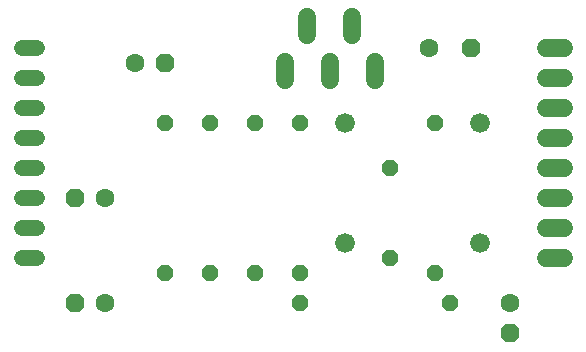
<source format=gbr>
G04 EAGLE Gerber X2 export*
G04 #@! %TF.Part,Single*
G04 #@! %TF.FileFunction,Copper,L1,Top,Mixed*
G04 #@! %TF.FilePolarity,Positive*
G04 #@! %TF.GenerationSoftware,Autodesk,EAGLE,9.0.0*
G04 #@! %TF.CreationDate,2019-08-08T19:11:55Z*
G75*
%MOMM*%
%FSLAX34Y34*%
%LPD*%
%AMOC8*
5,1,8,0,0,1.08239X$1,22.5*%
G01*
%ADD10C,1.524000*%
%ADD11P,1.429621X8X292.500000*%
%ADD12P,1.429621X8X202.500000*%
%ADD13P,1.429621X8X112.500000*%
%ADD14C,1.676400*%
%ADD15P,1.539592X8X112.500000*%
%ADD16P,1.732040X8X22.500000*%
%ADD17C,1.600200*%
%ADD18P,1.732040X8X202.500000*%
%ADD19P,1.732040X8X292.500000*%
%ADD20C,1.320800*%


D10*
X330200Y240030D02*
X330200Y255270D01*
X349250Y278130D02*
X349250Y293370D01*
X368300Y255270D02*
X368300Y240030D01*
X387350Y278130D02*
X387350Y293370D01*
X406400Y255270D02*
X406400Y240030D01*
D11*
X228600Y203200D03*
X228600Y76200D03*
D12*
X469900Y50800D03*
X342900Y50800D03*
D11*
X457200Y203200D03*
X457200Y76200D03*
D13*
X342900Y76200D03*
X342900Y203200D03*
D14*
X495300Y101600D03*
X495300Y203200D03*
X381000Y203200D03*
X381000Y101600D03*
D15*
X419100Y88900D03*
X419100Y165100D03*
D16*
X228600Y254000D03*
D17*
X203200Y254000D03*
D18*
X152400Y50800D03*
D17*
X177800Y50800D03*
D18*
X152400Y139700D03*
D17*
X177800Y139700D03*
D19*
X520700Y25400D03*
D17*
X520700Y50800D03*
D16*
X487680Y266700D03*
D17*
X452120Y266700D03*
D20*
X120904Y266700D02*
X107696Y266700D01*
X107696Y241300D02*
X120904Y241300D01*
X120904Y215900D02*
X107696Y215900D01*
X107696Y190500D02*
X120904Y190500D01*
X120904Y165100D02*
X107696Y165100D01*
X107696Y139700D02*
X120904Y139700D01*
X120904Y114300D02*
X107696Y114300D01*
X107696Y88900D02*
X120904Y88900D01*
D10*
X551180Y88900D02*
X566420Y88900D01*
X566420Y114300D02*
X551180Y114300D01*
X551180Y139700D02*
X566420Y139700D01*
X566420Y165100D02*
X551180Y165100D01*
X551180Y190500D02*
X566420Y190500D01*
X566420Y215900D02*
X551180Y215900D01*
X551180Y241300D02*
X566420Y241300D01*
X566420Y266700D02*
X551180Y266700D01*
D13*
X304800Y76200D03*
X304800Y203200D03*
D11*
X266700Y203200D03*
X266700Y76200D03*
M02*

</source>
